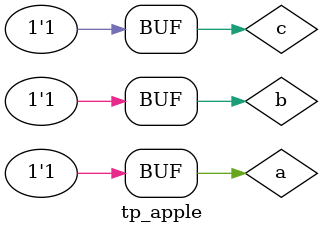
<source format=v>
`timescale 1ns / 1ps

module tp_apple();
    reg a, b, c;
    wire o;
    
    apple uut_apple(
        .a(a),
        .b(b),
        .c(c),
        .o(o)
    );
    initial begin
            a = 0; b = 0; c = 0;
    #100    a = 0; b = 0; c = 1;
    #100    a = 0; b = 1; c = 0;
    #100    a = 0; b = 1; c = 1;
    #100    a = 1; b = 0; c = 0;
    #100    a = 1; b = 0; c = 1;
    #100    a = 1; b = 1; c = 0;
    #100    a = 1; b = 1; c = 1;
    end
    
endmodule

</source>
